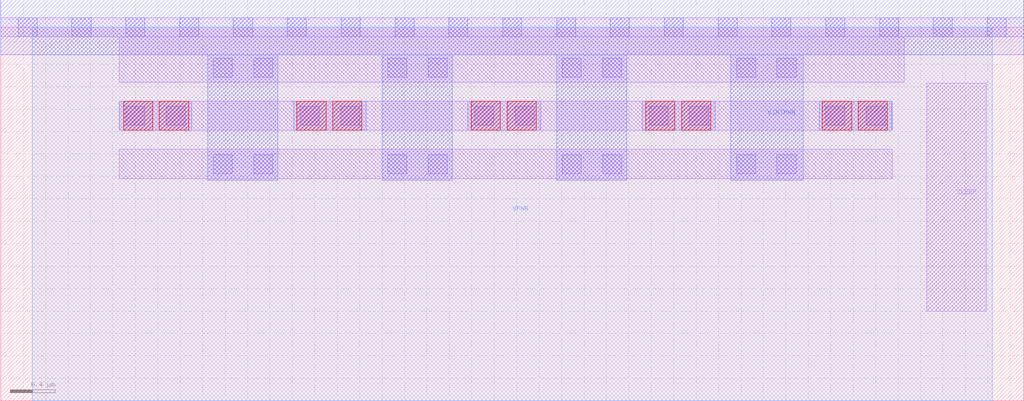
<source format=lef>
# Copyright 2020 The SkyWater PDK Authors
#
# Licensed under the Apache License, Version 2.0 (the "License");
# you may not use this file except in compliance with the License.
# You may obtain a copy of the License at
#
#     https://www.apache.org/licenses/LICENSE-2.0
#
# Unless required by applicable law or agreed to in writing, software
# distributed under the License is distributed on an "AS IS" BASIS,
# WITHOUT WARRANTIES OR CONDITIONS OF ANY KIND, either express or implied.
# See the License for the specific language governing permissions and
# limitations under the License.
#
# SPDX-License-Identifier: Apache-2.0

VERSION 5.7 ;
  NOWIREEXTENSIONATPIN ON ;
  DIVIDERCHAR "/" ;
  BUSBITCHARS "[]" ;
UNITS
  DATABASE MICRONS 200 ;
END UNITS
MACRO sky130_fd_sc_lp__sleep_sergate_plv_14
  CLASS BLOCK ;
  FOREIGN sky130_fd_sc_lp__sleep_sergate_plv_14 ;
  ORIGIN  0.000000  0.000000 ;
  SIZE  9.120000 BY  3.330000 ;
  PIN SLEEP
    ANTENNAGATEAREA  2.100000 ;
    PORT
      LAYER li1 ;
        RECT 8.255000 0.800000 8.785000 2.830000 ;
    END
  END SLEEP
  PIN VIRTPWR
    ANTENNADIFFAREA  3.710000 ;
    PORT
      LAYER met1 ;
        RECT 0.000000 3.085000 9.120000 3.575000 ;
        RECT 1.845000 1.965000 2.470000 3.085000 ;
        RECT 3.400000 1.965000 4.025000 3.085000 ;
        RECT 4.955000 1.965000 5.580000 3.085000 ;
        RECT 6.510000 1.965000 7.155000 3.085000 ;
    END
  END VIRTPWR
  PIN VPWR
    USE POWER ;
    PORT
      LAYER met2 ;
        RECT 0.280000 0.000000 8.840000 3.330000 ;
    END
  END VPWR
  OBS
    LAYER li1 ;
      RECT 0.000000 3.245000 9.120000 3.415000 ;
      RECT 1.055000 1.980000 7.950000 2.240000 ;
      RECT 1.055000 2.410000 7.950000 2.670000 ;
      RECT 1.055000 2.840000 8.055000 3.245000 ;
    LAYER mcon ;
      RECT 0.155000 3.245000 0.325000 3.415000 ;
      RECT 0.635000 3.245000 0.805000 3.415000 ;
      RECT 1.115000 2.455000 1.285000 2.625000 ;
      RECT 1.115000 3.245000 1.285000 3.415000 ;
      RECT 1.475000 2.455000 1.645000 2.625000 ;
      RECT 1.595000 3.245000 1.765000 3.415000 ;
      RECT 1.895000 2.025000 2.065000 2.195000 ;
      RECT 1.895000 2.885000 2.065000 3.055000 ;
      RECT 2.075000 3.245000 2.245000 3.415000 ;
      RECT 2.255000 2.025000 2.425000 2.195000 ;
      RECT 2.255000 2.885000 2.425000 3.055000 ;
      RECT 2.555000 3.245000 2.725000 3.415000 ;
      RECT 2.670000 2.455000 2.840000 2.625000 ;
      RECT 3.030000 2.455000 3.200000 2.625000 ;
      RECT 3.035000 3.245000 3.205000 3.415000 ;
      RECT 3.450000 2.025000 3.620000 2.195000 ;
      RECT 3.450000 2.885000 3.620000 3.055000 ;
      RECT 3.515000 3.245000 3.685000 3.415000 ;
      RECT 3.810000 2.025000 3.980000 2.195000 ;
      RECT 3.810000 2.885000 3.980000 3.055000 ;
      RECT 3.995000 3.245000 4.165000 3.415000 ;
      RECT 4.225000 2.455000 4.395000 2.625000 ;
      RECT 4.475000 3.245000 4.645000 3.415000 ;
      RECT 4.585000 2.455000 4.755000 2.625000 ;
      RECT 4.955000 3.245000 5.125000 3.415000 ;
      RECT 5.005000 2.025000 5.175000 2.195000 ;
      RECT 5.005000 2.885000 5.175000 3.055000 ;
      RECT 5.365000 2.025000 5.535000 2.195000 ;
      RECT 5.365000 2.885000 5.535000 3.055000 ;
      RECT 5.435000 3.245000 5.605000 3.415000 ;
      RECT 5.780000 2.455000 5.950000 2.625000 ;
      RECT 5.915000 3.245000 6.085000 3.415000 ;
      RECT 6.140000 2.455000 6.310000 2.625000 ;
      RECT 6.395000 3.245000 6.565000 3.415000 ;
      RECT 6.560000 2.025000 6.730000 2.195000 ;
      RECT 6.560000 2.885000 6.730000 3.055000 ;
      RECT 6.875000 3.245000 7.045000 3.415000 ;
      RECT 6.920000 2.025000 7.090000 2.195000 ;
      RECT 6.920000 2.885000 7.090000 3.055000 ;
      RECT 7.355000 2.455000 7.525000 2.625000 ;
      RECT 7.355000 3.245000 7.525000 3.415000 ;
      RECT 7.715000 2.455000 7.885000 2.625000 ;
      RECT 7.835000 3.245000 8.005000 3.415000 ;
      RECT 8.315000 3.245000 8.485000 3.415000 ;
      RECT 8.795000 3.245000 8.965000 3.415000 ;
    LAYER met1 ;
      RECT 1.055000 2.410000 1.705000 2.670000 ;
      RECT 2.610000 2.410000 3.260000 2.670000 ;
      RECT 4.165000 2.410000 4.815000 2.670000 ;
      RECT 5.720000 2.410000 6.370000 2.670000 ;
      RECT 7.295000 2.410000 7.945000 2.670000 ;
    LAYER via ;
      RECT 1.095000 2.410000 1.355000 2.670000 ;
      RECT 1.415000 2.410000 1.675000 2.670000 ;
      RECT 2.640000 2.410000 2.900000 2.670000 ;
      RECT 2.960000 2.410000 3.220000 2.670000 ;
      RECT 4.195000 2.410000 4.455000 2.670000 ;
      RECT 4.515000 2.410000 4.775000 2.670000 ;
      RECT 5.750000 2.410000 6.010000 2.670000 ;
      RECT 6.070000 2.410000 6.330000 2.670000 ;
      RECT 7.325000 2.410000 7.585000 2.670000 ;
      RECT 7.645000 2.410000 7.905000 2.670000 ;
  END
END sky130_fd_sc_lp__sleep_sergate_plv_14
END LIBRARY

</source>
